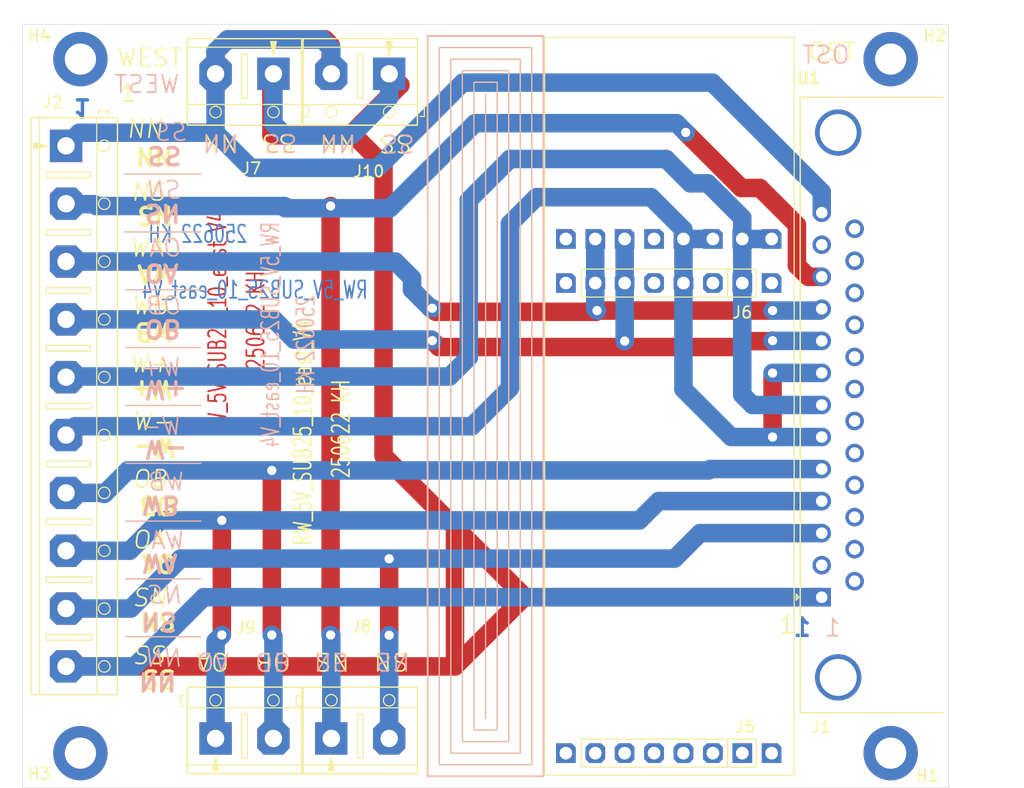
<source format=kicad_pcb>
(kicad_pcb (version 20240108) (generator "pcbnew") (generator_version "8.0")
  (layers (0 "F.Cu" signal) (31 "B.Cu" signal) (34 "B.Paste" user) (35 "F.Paste" user) (36 "B.SilkS" user "B.Silkscreen") (37 "F.SilkS" user "F.Silkscreen") (38 "B.Mask" user) (39 "F.Mask" user) (44 "Edge.Cuts" user))
  (net 0 "")
  (net 2 "/WB")
  (net 5 "/NN")
  (net 7 "/OB")
  (net 10 "/WA")
  (net 13 "/SN")
  (net 16 "/W-")
  (net 17 "/W+")
  (net 18 "/SS")
  (net 19 "/OA")
  (net 23 "/NS")
  (footprint "MountingHole:MountingHole_2.7mm_M2.5_DIN965_Pad_TopBottom" (layer "F.Cu") (at 26.9 27.94 180)
    (property "Reference" "H4" (at 3.556 2.032 360) (layer "F.SilkS"))
    (property "Value" "MountingHole" (hide yes))
    (pad "1" thru_hole circle (at 0 0 180) (size 3.1 3.1) (drill 2.7) (layers "*.Cu" "*.Mask"))
    (pad "1" connect circle (at 0 0 180) (size 4.7 4.7) (layers "F.Cu" "F.Mask"))
    (pad "1" connect circle (at 0 0 180) (size 4.7 4.7) (layers "B.Cu" "B.Mask"))
  )
  (footprint "_kh_library:Screw_Terminal_01x02_P5" (layer "F.Cu") (at 48.575 86.67 90)
    (property "Reference" "J8" (at 9.69 2.625 360) (layer "F.SilkS"))
    (property "Value" "Screw_Terminal_01x02_P5" (hide yes))
    (fp_line (start 3.69 -3.04) (end 3.69 -2.68) (stroke (width 0.1)) (layer "F.SilkS"))
    (fp_line (start 2.81 -3.04) (end 3.69 -3.04) (stroke (width 0.1)) (layer "F.SilkS"))
    (fp_line (start 2.81 -3.04) (end 2.81 -2.68) (stroke (width 0.1)) (layer "F.SilkS"))
    (fp_line (start 2.65 -2.44) (end 2.65 7.44) (stroke (width 0.1)) (layer "F.SilkS"))
    (fp_line (start -2.3 -2.44) (end -2.3 7.44) (stroke (width 0.1)) (layer "F.SilkS"))
    (fp_rect (start -3.04 -2.44) (end 4.44 7.44) (stroke (width 0.12)) (fill none) (layer "F.SilkS"))
    (fp_rect (start -1.7 2.25) (end 2.1 2.75) (stroke (width 0.1)) (fill none) (layer "F.SilkS"))
    (fp_circle (center 3.3 0) (end 3.8 0) (stroke (width 0.1)) (fill none) (layer "F.SilkS"))
    (fp_circle (center 3.3 5) (end 3.8 5) (stroke (width 0.1)) (fill none) (layer "F.SilkS"))
    (fp_poly (pts (xy -2.794 -0.254) (xy -1.524 0) (xy -2.794 0.254)) (stroke (width 0.1)) (fill solid) (layer "F.SilkS"))
    (pad "1" thru_hole rect (at 0 0 90) (size 2.8 2.8) (drill 1.5) (layers "*.Cu" "*.Mask") (net 23 "/NS"))
    (pad "2" thru_hole roundrect (at 0 5 90) (size 2.8 2.8) (drill 1.5) (layers "*.Cu" "*.Mask") (roundrect_rratio 0) (chamfer_ratio 0.2) (chamfer top_left top_right bottom_left bottom_right) (net 13 "/SN"))
  )
  (footprint "_kh_library:Screw_Terminal_01x02_P5" (layer "F.Cu") (at 53.575 29.21 -90)
    (property "Reference" "J10" (at 8.438 1.753 360) (layer "F.SilkS"))
    (property "Value" "Screw_Terminal_01x02_P5")
    (fp_line (start -2.3 -2.44) (end -2.3 7.44) (stroke (width 0.1)) (layer "F.SilkS"))
    (fp_line (start 2.65 -2.44) (end 2.65 7.44) (stroke (width 0.1)) (layer "F.SilkS"))
    (fp_line (start 2.81 -3.04) (end 2.81 -2.68) (stroke (width 0.1)) (layer "F.SilkS"))
    (fp_line (start 2.81 -3.04) (end 3.69 -3.04) (stroke (width 0.1)) (layer "F.SilkS"))
    (fp_line (start 3.69 -3.04) (end 3.69 -2.68) (stroke (width 0.1)) (layer "F.SilkS"))
    (fp_rect (start -1.7 2.25) (end 2.1 2.75) (stroke (width 0.1)) (fill none) (layer "F.SilkS"))
    (fp_rect (start -3.04 -2.44) (end 4.44 7.44) (stroke (width 0.12)) (fill none) (layer "F.SilkS"))
    (fp_circle (center 3.3 5) (end 3.8 5) (stroke (width 0.1)) (fill none) (layer "F.SilkS"))
    (fp_circle (center 3.3 0) (end 3.8 0) (stroke (width 0.1)) (fill none) (layer "F.SilkS"))
    (fp_poly (pts (xy -2.794 -0.254) (xy -1.524 0) (xy -2.794 0.254)) (stroke (width 0.1)) (fill solid) (layer "F.SilkS"))
    (pad "1" thru_hole rect (at 0 0 270) (size 2.8 2.8) (drill 1.5) (layers "*.Cu" "*.Mask") (net 18 "/SS"))
    (pad "2" thru_hole roundrect (at 0 5 270) (size 2.8 2.8) (drill 1.5) (layers "*.Cu" "*.Mask") (roundrect_rratio 0) (chamfer_ratio 0.2) (chamfer top_left top_right bottom_left bottom_right) (net 5 "/NN"))
  )
  (footprint "MountingHole:MountingHole_2.7mm_M2.5_DIN965_Pad_TopBottom" (layer "F.Cu") (at 26.9 87.94 180)
    (property "Reference" "H3" (at 3.556 -1.778 360) (layer "F.SilkS"))
    (property "Value" "MountingHole" (hide yes))
    (pad "1" thru_hole circle (at 0 0 180) (size 3.1 3.1) (drill 2.7) (layers "*.Cu" "*.Mask"))
    (pad "1" connect circle (at 0 0 180) (size 4.7 4.7) (layers "F.Cu" "F.Mask"))
    (pad "1" connect circle (at 0 0 180) (size 4.7 4.7) (layers "B.Cu" "B.Mask"))
  )
  (footprint "_kh_library:PinSocket_1x06_P2.54mm_Vertical_1.1_kh" (layer "F.Cu") (at 84.08 47.3 -90)
    (property "Reference" "J6" (at 2.54 0 360) (layer "F.SilkS"))
    (property "Value" "Conn_01x06")
    (fp_line (start -1.21 1.27) (end 1.21 1.27) (stroke (width 0.12)) (layer "F.SilkS"))
    (fp_rect (start -1.21 -1.21) (end 1.21 13.91) (stroke (width 0.1)) (fill none) (layer "F.SilkS"))
    (pad "1" thru_hole rect (at 0 0 270) (size 1.7 1.7) (drill 1.1) (layers "*.Cu" "*.Mask") (net 17 "/W+"))
    (pad "2" thru_hole roundrect (at 0 2.54 270) (size 1.7 1.7) (drill 1.1) (layers "*.Cu" "*.Mask") (roundrect_rratio 0) (chamfer_ratio 0.2) (chamfer top_left top_right bottom_left bottom_right))
    (pad "3" thru_hole roundrect (at 0 5.08 270) (size 1.7 1.7) (drill 1.1) (layers "*.Cu" "*.Mask") (roundrect_rratio 0) (chamfer_ratio 0.2) (chamfer top_left top_right bottom_left bottom_right) (net 16 "/W-"))
    (pad "4" thru_hole roundrect (at 0 7.62 270) (size 1.7 1.7) (drill 1.1) (layers "*.Cu" "*.Mask") (roundrect_rratio 0) (chamfer_ratio 0.2) (chamfer top_left top_right bottom_left bottom_right))
    (pad "5" thru_hole roundrect (at 0 10.16 270) (size 1.7 1.7) (drill 1.1) (layers "*.Cu" "*.Mask") (roundrect_rratio 0) (chamfer_ratio 0.2) (chamfer top_left top_right bottom_left bottom_right) (net 2 "/WB"))
    (pad "6" thru_hole roundrect (at 0 12.7 270) (size 1.7 1.7) (drill 1.1) (layers "*.Cu" "*.Mask") (roundrect_rratio 0) (chamfer_ratio 0.2) (chamfer top_left top_right bottom_left bottom_right) (net 10 "/WA"))
  )
  (footprint "MountingHole:MountingHole_2.7mm_M2.5_DIN965_Pad_TopBottom" (layer "F.Cu") (at 96.9 87.94 180)
    (property "Reference" "H1" (at -3.17 -1.94 360) (layer "F.SilkS"))
    (property "Value" "MountingHole" (hide yes))
    (pad "1" thru_hole circle (at 0 0 180) (size 3.1 3.1) (drill 2.7) (layers "*.Cu" "*.Mask"))
    (pad "1" connect circle (at 0 0 180) (size 4.7 4.7) (layers "F.Cu" "F.Mask"))
    (pad "1" connect circle (at 0 0 180) (size 4.7 4.7) (layers "B.Cu" "B.Mask"))
  )
  (footprint "_kh_library:PinSocket_1x06_P2.54mm_Vertical_1.1_kh" (layer "F.Cu") (at 84.08 87.94 -90)
    (property "Reference" "J5" (at -2.286 -0.254 360) (layer "F.SilkS"))
    (property "Value" "Conn_01x06")
    (fp_line (start -1.21 1.27) (end 1.21 1.27) (stroke (width 0.12)) (layer "F.SilkS"))
    (fp_rect (start -1.21 -1.21) (end 1.21 13.91) (stroke (width 0.1)) (fill none) (layer "F.SilkS"))
    (pad "1" thru_hole rect (at 0 0 270) (size 1.7 1.7) (drill 1.1) (layers "*.Cu" "*.Mask"))
    (pad "2" thru_hole roundrect (at 0 2.54 270) (size 1.7 1.7) (drill 1.1) (layers "*.Cu" "*.Mask") (roundrect_rratio 0) (chamfer_ratio 0.2) (chamfer top_left top_right bottom_left bottom_right))
    (pad "3" thru_hole roundrect (at 0 5.08 270) (size 1.7 1.7) (drill 1.1) (layers "*.Cu" "*.Mask") (roundrect_rratio 0) (chamfer_ratio 0.2) (chamfer top_left top_right bottom_left bottom_right))
    (pad "4" thru_hole roundrect (at 0 7.62 270) (size 1.7 1.7) (drill 1.1) (layers "*.Cu" "*.Mask") (roundrect_rratio 0) (chamfer_ratio 0.2) (chamfer top_left top_right bottom_left bottom_right))
    (pad "5" thru_hole roundrect (at 0 10.16 270) (size 1.7 1.7) (drill 1.1) (layers "*.Cu" "*.Mask") (roundrect_rratio 0) (chamfer_ratio 0.2) (chamfer top_left top_right bottom_left bottom_right))
    (pad "6" thru_hole roundrect (at 0 12.7 270) (size 1.7 1.7) (drill 1.1) (layers "*.Cu" "*.Mask") (roundrect_rratio 0) (chamfer_ratio 0.2) (chamfer top_left top_right bottom_left bottom_right))
  )
  (footprint "_kh_library:AC_5V_supply_6pol_PinsOnly" (layer "F.Cu") (at 86.62 43.49 -90)
    (property "Reference" "U1" (at -13.91 -3.18 0) (layer "F.SilkS") (effects (font (thickness 0.2) (bold yes))))
    (property "Value" "~" (hide yes))
    (pad "1" thru_hole roundrect (at 0 0 270) (size 1.7 1.7) (drill 1.1) (layers "*.Cu" "*.Mask") (roundrect_rratio 0) (chamfer_ratio 0.2) (chamfer top_left) (net 17 "/W+"))
    (pad "2" thru_hole roundrect (at 0 2.54 270) (size 1.7 1.7) (drill 1.1) (layers "*.Cu" "*.Mask") (roundrect_rratio 0) (chamfer_ratio 0.2) (chamfer top_left) (net 17 "/W+"))
    (pad "3" thru_hole roundrect (at 0 5.08 270) (size 1.7 1.7) (drill 1.1) (layers "*.Cu" "*.Mask") (roundrect_rratio 0) (chamfer_ratio 0.2) (chamfer top_left) (net 16 "/W-"))
    (pad "4" thru_hole roundrect (at 0 7.62 270) (size 1.7 1.7) (drill 1.1) (layers "*.Cu" "*.Mask") (roundrect_rratio 0) (chamfer_ratio 0.2) (chamfer top_left) (net 16 "/W-"))
    (pad "5" thru_hole roundrect (at 0 10.16 270) (size 1.7 1.7) (drill 1.1) (layers "*.Cu" "*.Mask") (roundrect_rratio 0) (chamfer_ratio 0.2) (chamfer top_left))
    (pad "6" thru_hole roundrect (at 0 12.7 270) (size 1.7 1.7) (drill 1.1) (layers "*.Cu" "*.Mask") (roundrect_rratio 0) (chamfer_ratio 0.2) (chamfer top_left) (net 2 "/WB"))
    (pad "7" thru_hole roundrect (at 0 15.24 270) (size 1.7 1.7) (drill 1.1) (layers "*.Cu" "*.Mask") (roundrect_rratio 0) (chamfer_ratio 0.2) (chamfer top_left) (net 10 "/WA"))
    (pad "8" thru_hole roundrect (at 0 17.78 270) (size 1.7 1.7) (drill 1.1) (layers "*.Cu" "*.Mask") (roundrect_rratio 0) (chamfer_ratio 0.2) (chamfer top_left))
    (pad "9" thru_hole roundrect (at 3.81 0 270) (size 1.7 1.7) (drill 1.1) (layers "*.Cu" "*.Mask") (roundrect_rratio 0) (chamfer_ratio 0.2) (chamfer top_left))
    (pad "10" thru_hole roundrect (at 3.81 17.78 270) (size 1.7 1.7) (drill 1.1) (layers "*.Cu" "*.Mask") (roundrect_rratio 0) (chamfer_ratio 0.2) (chamfer top_left))
    (pad "11" thru_hole roundrect (at 44.45 0 270) (size 1.7 1.7) (drill 1.1) (layers "*.Cu" "*.Mask") (roundrect_rratio 0) (chamfer_ratio 0.2) (chamfer top_left))
    (pad "12" thru_hole roundrect (at 44.45 17.78 270) (size 1.7 1.7) (drill 1.1) (layers "*.Cu" "*.Mask") (roundrect_rratio 0) (chamfer_ratio 0.2) (chamfer top_left))
  )
  (footprint "_kh_library:DSUB-25_Male_Horizontal_P2.77x2.84mm_EdgePinOffset7.70mm_Housed_MountingHolesOffset9.12mm" (layer "F.Cu") (at 90.946 74.46 90)
    (property "Reference" "J1" (at -11.22 -0.046 360) (layer "F.SilkS"))
    (property "Value" "DB25_Plug")
    (fp_line (start 0.254 -2.2) (end 0 -2) (stroke (width 0.12)) (layer "F.SilkS"))
    (fp_line (start -0.25 -2.2) (end 0.25 -2.2) (stroke (width 0.12)) (layer "F.SilkS"))
    (fp_line (start 0 -2) (end -0.25 -2.2) (stroke (width 0.12)) (layer "F.SilkS"))
    (fp_line (start 43.23 -1.86) (end 43.23 10.48) (stroke (width 0.12)) (layer "F.SilkS"))
    (fp_line (start -9.99 -1.86) (end 43.23 -1.86) (stroke (width 0.12)) (layer "F.SilkS"))
    (fp_line (start -9.99 10.48) (end -9.99 -1.86) (stroke (width 0.12)) (layer "F.SilkS"))
    (pad "0" thru_hole circle (at -6.93 1.42 90) (size 4 4) (drill 3.2) (layers "*.Cu" "*.Mask"))
    (pad "0" thru_hole circle (at 40.17 1.42 90) (size 4 4) (drill 3.2) (layers "*.Cu" "*.Mask"))
    (pad "1" thru_hole rect (at 0 0 90) (size 1.6 1.6) (drill 1) (layers "*.Cu" "*.Mask") (net 18 "/SS"))
    (pad "2" thru_hole circle (at 2.77 0 90) (size 1.6 1.6) (drill 1) (layers "*.Cu" "*.Mask"))
    (pad "3" thru_hole circle (at 5.54 0 90) (size 1.6 1.6) (drill 1) (layers "*.Cu" "*.Mask") (net 13 "/SN"))
    (pad "4" thru_hole circle (at 8.31 0 90) (size 1.6 1.6) (drill 1) (layers "*.Cu" "*.Mask") (net 19 "/OA"))
    (pad "5" thru_hole circle (at 11.08 0 90) (size 1.6 1.6) (drill 1) (layers "*.Cu" "*.Mask") (net 7 "/OB"))
    (pad "6" thru_hole circle (at 13.85 0 90) (size 1.6 1.6) (drill 1) (layers "*.Cu" "*.Mask") (net 16 "/W-"))
    (pad "7" thru_hole circle (at 16.62 0 90) (size 1.6 1.6) (drill 1) (layers "*.Cu" "*.Mask") (net 17 "/W+"))
    (pad "8" thru_hole circle (at 19.39 0 90) (size 1.6 1.6) (drill 1) (layers "*.Cu" "*.Mask") (net 16 "/W-"))
    (pad "9" thru_hole circle (at 22.16 0 90) (size 1.6 1.6) (drill 1) (layers "*.Cu" "*.Mask") (net 2 "/WB"))
    (pad "10" thru_hole circle (at 24.93 0 90) (size 1.6 1.6) (drill 1) (layers "*.Cu" "*.Mask") (net 10 "/WA"))
    (pad "11" thru_hole circle (at 27.7 0 90) (size 1.6 1.6) (drill 1) (layers "*.Cu" "*.Mask") (net 23 "/NS"))
    (pad "12" thru_hole circle (at 30.47 0 90) (size 1.6 1.6) (drill 1) (layers "*.Cu" "*.Mask"))
    (pad "13" thru_hole circle (at 33.24 0 90) (size 1.6 1.6) (drill 1) (layers "*.Cu" "*.Mask") (net 5 "/NN"))
    (pad "14" thru_hole circle (at 1.385 2.84 90) (size 1.6 1.6) (drill 1) (layers "*.Cu" "*.Mask"))
    (pad "15" thru_hole circle (at 4.155 2.84 90) (size 1.6 1.6) (drill 1) (layers "*.Cu" "*.Mask"))
    (pad "16" thru_hole circle (at 6.925 2.84 90) (size 1.6 1.6) (drill 1) (layers "*.Cu" "*.Mask"))
    (pad "17" thru_hole circle (at 9.695 2.84 90) (size 1.6 1.6) (drill 1) (layers "*.Cu" "*.Mask"))
    (pad "18" thru_hole circle (at 12.465 2.84 90) (size 1.6 1.6) (drill 1) (layers "*.Cu" "*.Mask"))
    (pad "19" thru_hole circle (at 15.235 2.84 90) (size 1.6 1.6) (drill 1) (layers "*.Cu" "*.Mask"))
    (pad "20" thru_hole circle (at 18.005 2.84 90) (size 1.6 1.6) (drill 1) (layers "*.Cu" "*.Mask"))
    (pad "21" thru_hole circle (at 20.775 2.84 90) (size 1.6 1.6) (drill 1) (layers "*.Cu" "*.Mask"))
    (pad "22" thru_hole circle (at 23.545 2.84 90) (size 1.6 1.6) (drill 1) (layers "*.Cu" "*.Mask"))
    (pad "23" thru_hole circle (at 26.315 2.84 90) (size 1.6 1.6) (drill 1) (layers "*.Cu" "*.Mask"))
    (pad "24" thru_hole circle (at 29.085 2.84 90) (size 1.6 1.6) (drill 1) (layers "*.Cu" "*.Mask"))
    (pad "25" thru_hole circle (at 31.855 2.84 90) (size 1.6 1.6) (drill 1) (layers "*.Cu" "*.Mask"))
  )
  (footprint "_kh_library:Screw_Terminal_01x02_P5" (layer "F.Cu") (at 43.575 29.21 -90)
    (property "Reference" "J7" (at 8.184 1.913 360) (layer "F.SilkS"))
    (property "Value" "Screw_Terminal_01x02_P5" (hide yes))
    (fp_line (start -2.3 -2.44) (end -2.3 7.44) (stroke (width 0.1)) (layer "F.SilkS"))
    (fp_line (start 2.65 -2.44) (end 2.65 7.44) (stroke (width 0.1)) (layer "F.SilkS"))
    (fp_line (start 2.81 -3.04) (end 2.81 -2.68) (stroke (width 0.1)) (layer "F.SilkS"))
    (fp_line (start 2.81 -3.04) (end 3.69 -3.04) (stroke (width 0.1)) (layer "F.SilkS"))
    (fp_line (start 3.69 -3.04) (end 3.69 -2.68) (stroke (width 0.1)) (layer "F.SilkS"))
    (fp_rect (start -1.7 2.25) (end 2.1 2.75) (stroke (width 0.1)) (fill none) (layer "F.SilkS"))
    (fp_rect (start -3.04 -2.44) (end 4.44 7.44) (stroke (width 0.12)) (fill none) (layer "F.SilkS"))
    (fp_circle (center 3.3 5) (end 3.8 5) (stroke (width 0.1)) (fill none) (layer "F.SilkS"))
    (fp_circle (center 3.3 0) (end 3.8 0) (stroke (width 0.1)) (fill none) (layer "F.SilkS"))
    (fp_poly (pts (xy -2.794 -0.254) (xy -1.524 0) (xy -2.794 0.254)) (stroke (width 0.1)) (fill solid) (layer "F.SilkS"))
    (pad "1" thru_hole rect (at 0 0 270) (size 2.8 2.8) (drill 1.5) (layers "*.Cu" "*.Mask") (net 18 "/SS"))
    (pad "2" thru_hole roundrect (at 0 5 270) (size 2.8 2.8) (drill 1.5) (layers "*.Cu" "*.Mask") (roundrect_rratio 0) (chamfer_ratio 0.2) (chamfer top_left top_right bottom_left bottom_right) (net 5 "/NN"))
  )
  (footprint "MountingHole:MountingHole_2.7mm_M2.5_DIN965_Pad_TopBottom" (layer "F.Cu") (at 96.9 27.94 180)
    (property "Reference" "H2" (at -3.81 2.032 360) (layer "F.SilkS"))
    (property "Value" "MountingHole" (hide yes))
    (pad "1" thru_hole circle (at 0 0 180) (size 3.1 3.1) (drill 2.7) (layers "*.Cu" "*.Mask"))
    (pad "1" connect circle (at 0 0 180) (size 4.7 4.7) (layers "F.Cu" "F.Mask"))
    (pad "1" connect circle (at 0 0 180) (size 4.7 4.7) (layers "B.Cu" "B.Mask"))
  )
  (footprint "_kh_library:Screw_Terminal_01x10_P5" (layer "F.Cu") (at 25.66 35.44)
    (property "Reference" "J2" (at -1.16 -3.76 360) (layer "F.SilkS"))
    (property "Value" "Screw_Terminal_01x10_P5")
    (fp_line (start -2.3 -2.44) (end -2.3 47.44) (stroke (width 0.1)) (layer "F.SilkS"))
    (fp_line (start 2.65 -2.44) (end 2.65 47.44) (stroke (width 0.1)) (layer "F.SilkS"))
    (fp_line (start 2.81 -3.04) (end 2.81 -2.68) (stroke (width 0.1)) (layer "F.SilkS"))
    (fp_line (start 2.81 -3.04) (end 3.69 -3.04) (stroke (width 0.1)) (layer "F.SilkS"))
    (fp_line (start 3.69 -3.04) (end 3.69 -2.68) (stroke (width 0.1)) (layer "F.SilkS"))
    (fp_rect (start -3.04 -2.44) (end 4.44 47.44) (stroke (width 0.12)) (fill none) (layer "F.SilkS"))
    (fp_rect (start -1.7 2.25) (end 2.1 2.75) (stroke (width 0.1)) (fill none) (layer "F.SilkS"))
    (fp_rect (start -1.7 7.25) (end 2.1 7.75) (stroke (width 0.1)) (fill none) (layer "F.SilkS"))
    (fp_rect (start -1.7 12.25) (end 2.1 12.75) (stroke (width 0.1)) (fill none) (layer "F.SilkS"))
    (fp_rect (start -1.7 17.25) (end 2.1 17.75) (stroke (width 0.1)) (fill none) (layer "F.SilkS"))
    (fp_rect (start -1.7 22.25) (end 2.2 22.75) (stroke (width 0.1)) (fill none) (layer "F.SilkS"))
    (fp_rect (start -1.7 27.25) (end 2.1 27.75) (stroke (width 0.1)) (fill none) (layer "F.SilkS"))
    (fp_rect (start -1.7 32.25) (end 2.2 32.75) (stroke (width 0.1)) (fill none) (layer "F.SilkS"))
    (fp_rect (start -1.7 37.25) (end 2.2 37.75) (stroke (width 0.1)) (fill none) (layer "F.SilkS"))
    (fp_rect (start -1.7 42.25) (end 2.2 42.75) (stroke (width 0.1)) (fill none) (layer "F.SilkS"))
    (fp_circle (center 3.3 0) (end 3.8 0) (stroke (width 0.1)) (fill none) (layer "F.SilkS"))
    (fp_circle (center 3.3 5) (end 3.8 5) (stroke (width 0.1)) (fill none) (layer "F.SilkS"))
    (fp_circle (center 3.3 10) (end 3.8 10) (stroke (width 0.1)) (fill none) (layer "F.SilkS"))
    (fp_circle (center 3.3 15) (end 3.8 15) (stroke (width 0.1)) (fill none) (layer "F.SilkS"))
    (fp_circle (center 3.3 20) (end 3.8 20) (stroke (width 0.1)) (fill none) (layer "F.SilkS"))
    (fp_circle (center 3.3 25) (end 3.8 25) (stroke (width 0.1)) (fill none) (layer "F.SilkS"))
    (fp_circle (center 3.3 30) (end 3.8 30) (stroke (width 0.1)) (fill none) (layer "F.SilkS"))
    (fp_circle (center 3.3 35) (end 3.8 35) (stroke (width 0.1)) (fill none) (layer "F.SilkS"))
    (fp_circle (center 3.3 40) (end 3.8 40) (stroke (width 0.1)) (fill none) (layer "F.SilkS"))
    (fp_circle (center 3.3 45) (end 3.8 45) (stroke (width 0.1)) (fill none) (layer "F.SilkS"))
    (fp_poly (pts (xy -2.794 -0.254) (xy -1.524 0) (xy -2.794 0.254)) (stroke (width 0.1)) (fill solid) (layer "F.SilkS"))
    (pad "1" thru_hole rect (at 0 0) (size 2.8 2.8) (drill 1.5) (layers "*.Cu" "*.Mask") (net 5 "/NN"))
    (pad "2" thru_hole roundrect (at 0 5) (size 2.8 2.8) (drill 1.5) (layers "*.Cu" "*.Mask") (roundrect_rratio 0) (chamfer_ratio 0.2) (chamfer top_left top_right bottom_left bottom_right) (net 23 "/NS"))
    (pad "3" thru_hole roundrect (at 0 10) (size 2.8 2.8) (drill 1.5) (layers "*.Cu" "*.Mask") (roundrect_rratio 0) (chamfer_ratio 0.2) (chamfer top_left top_right bottom_left bottom_right) (net 10 "/WA"))
    (pad "4" thru_hole roundrect (at 0 15) (size 2.8 2.8) (drill 1.5) (layers "*.Cu" "*.Mask") (roundrect_rratio 0) (chamfer_ratio 0.2) (chamfer top_left top_right bottom_left bottom_right) (net 2 "/WB"))
    (pad "5" thru_hole roundrect (at 0 20) (size 2.8 2.8) (drill 1.5) (layers "*.Cu" "*.Mask") (roundrect_rratio 0) (chamfer_ratio 0.2) (chamfer top_left top_right bottom_left bottom_right) (net 17 "/W+"))
    (pad "6" thru_hole roundrect (at 0 25) (size 2.8 2.8) (drill 1.5) (layers "*.Cu" "*.Mask") (roundrect_rratio 0) (chamfer_ratio 0.2) (chamfer top_left top_right bottom_left bottom_right) (net 16 "/W-"))
    (pad "7" thru_hole roundrect (at 0 30) (size 2.8 2.8) (drill 1.5) (layers "*.Cu" "*.Mask") (roundrect_rratio 0) (chamfer_ratio 0.2) (chamfer top_left top_right bottom_left bottom_right) (net 7 "/OB"))
    (pad "8" thru_hole roundrect (at 0 35) (size 2.8 2.8) (drill 1.5) (layers "*.Cu" "*.Mask") (roundrect_rratio 0) (chamfer_ratio 0.2) (chamfer top_left top_right bottom_left bottom_right) (net 19 "/OA"))
    (pad "9" thru_hole roundrect (at 0 40) (size 2.8 2.8) (drill 1.5) (layers "*.Cu" "*.Mask") (roundrect_rratio 0) (chamfer_ratio 0.2) (chamfer top_left top_right bottom_left bottom_right) (net 13 "/SN"))
    (pad "10" thru_hole roundrect (at 0 45) (size 2.8 2.8) (drill 1.5) (layers "*.Cu" "*.Mask") (roundrect_rratio 0) (chamfer_ratio 0.2) (chamfer top_left top_right bottom_left bottom_right) (net 18 "/SS"))
  )
  (footprint "_kh_library:Screw_Terminal_01x02_P5" (layer "F.Cu") (at 38.575 86.67 90)
    (property "Reference" "J9" (at 9.59 2.625 360) (layer "F.SilkS"))
    (property "Value" "Screw_Terminal_01x02_P5" (hide yes))
    (fp_line (start 3.69 -3.04) (end 3.69 -2.68) (stroke (width 0.1)) (layer "F.SilkS"))
    (fp_line (start 2.81 -3.04) (end 3.69 -3.04) (stroke (width 0.1)) (layer "F.SilkS"))
    (fp_line (start 2.81 -3.04) (end 2.81 -2.68) (stroke (width 0.1)) (layer "F.SilkS"))
    (fp_line (start 2.65 -2.44) (end 2.65 7.44) (stroke (width 0.1)) (layer "F.SilkS"))
    (fp_line (start -2.3 -2.44) (end -2.3 7.44) (stroke (width 0.1)) (layer "F.SilkS"))
    (fp_rect (start -3.04 -2.44) (end 4.44 7.44) (stroke (width 0.12)) (fill none) (layer "F.SilkS"))
    (fp_rect (start -1.7 2.25) (end 2.1 2.75) (stroke (width 0.1)) (fill none) (layer "F.SilkS"))
    (fp_circle (center 3.3 0) (end 3.8 0) (stroke (width 0.1)) (fill none) (layer "F.SilkS"))
    (fp_circle (center 3.3 5) (end 3.8 5) (stroke (width 0.1)) (fill none) (layer "F.SilkS"))
    (fp_poly (pts (xy -2.794 -0.254) (xy -1.524 0) (xy -2.794 0.254)) (stroke (width 0.1)) (fill solid) (layer "F.SilkS"))
    (pad "1" thru_hole rect (at 0 0 90) (size 2.8 2.8) (drill 1.5) (layers "*.Cu" "*.Mask") (net 19 "/OA"))
    (pad "2" thru_hole roundrect (at 0 5 90) (size 2.8 2.8) (drill 1.5) (layers "*.Cu" "*.Mask") (roundrect_rratio 0) (chamfer_ratio 0.2) (chamfer top_left top_right bottom_left bottom_right) (net 7 "/OB"))
  )
  (gr_line (start 61.9 84.94) (end 61.9 30.94) (stroke (width 0.1)) (layer "B.SilkS"))
  (gr_line (start 30.8 77.88) (end 37.3 77.88) (stroke (width 0.1)) (layer "B.SilkS"))
  (gr_rect (start 59.9 28.94) (end 63.9 86.94) (stroke (width 0.1)) (fill none) (layer "B.SilkS"))
  (gr_line (start 30.8 57.88) (end 37.3 57.88) (stroke (width 0.1)) (layer "B.SilkS"))
  (gr_line (start 30.8 67.88) (end 37.3 67.88) (stroke (width 0.1)) (layer "B.SilkS"))
  (gr_line (start 30.8 47.88) (end 37.3 47.88) (stroke (width 0.1)) (layer "B.SilkS"))
  (gr_line (start 30.7 37.88) (end 37.3 37.88) (stroke (width 0.1)) (layer "B.SilkS"))
  (gr_line (start 30.7 42.88) (end 37.3 42.88) (stroke (width 0.1)) (layer "B.SilkS"))
  (gr_line (start 30.8 72.88) (end 37.3 72.88) (stroke (width 0.1)) (layer "B.SilkS"))
  (gr_line (start 30.8 52.88) (end 37.3 52.88) (stroke (width 0.1)) (layer "B.SilkS"))
  (gr_rect (start 60.9 29.94) (end 62.9 85.94) (stroke (width 0.1)) (fill none) (layer "B.SilkS"))
  (gr_rect (start 56.9 25.94) (end 66.9 89.94) (stroke (width 0.15)) (fill none) (layer "B.SilkS"))
  (gr_rect (start 58.9 27.94) (end 64.9 87.94) (stroke (width 0.1)) (fill none) (layer "B.SilkS"))
  (gr_rect (start 57.9 26.94) (end 65.9 88.94) (stroke (width 0.1)) (fill none) (layer "B.SilkS"))
  (gr_line (start 30.8 62.88) (end 37.3 62.88) (stroke (width 0.1)) (layer "B.SilkS"))
  (gr_line (start 30.7 37.88) (end 37.3 37.88) (stroke (width 0.1)) (layer "F.SilkS"))
  (gr_line (start 30.8 72.88) (end 37.3 72.88) (stroke (width 0.1)) (layer "F.SilkS"))
  (gr_line (start 30.8 67.88) (end 37.3 67.88) (stroke (width 0.1)) (layer "F.SilkS"))
  (gr_rect (start 59.9 28.94) (end 63.9 86.94) (stroke (width 0.1)) (fill none) (layer "F.SilkS"))
  (gr_line (start 30.9 77.88) (end 37.3 77.88) (stroke (width 0.1)) (layer "F.SilkS"))
  (gr_line (start 30.9 42.88) (end 37.3 42.88) (stroke (width 0.1)) (layer "F.SilkS"))
  (gr_line (start 61.9 84.94) (end 61.9 30.94) (stroke (width 0.1)) (layer "F.SilkS"))
  (gr_rect (start 67.009 26.061) (end 88.563 89.845) (stroke (width 0.1)) (fill none) (layer "F.SilkS"))
  (gr_line (start 30.8 52.88) (end 37.3 52.88) (stroke (width 0.1)) (layer "F.SilkS"))
  (gr_rect (start 56.9 25.94) (end 66.9 89.94) (stroke (width 0.15)) (fill none) (layer "F.SilkS"))
  (gr_rect (start 58.9 27.94) (end 64.9 87.94) (stroke (width 0.1)) (fill none) (layer "F.SilkS"))
  (gr_line (start 30.9 62.88) (end 37.3 62.88) (stroke (width 0.1)) (layer "F.SilkS"))
  (gr_rect (start 60.9 29.94) (end 62.9 85.94) (stroke (width 0.1)) (fill none) (layer "F.SilkS"))
  (gr_rect (start 57.9 26.94) (end 65.9 88.94) (stroke (width 0.1)) (fill none) (layer "F.SilkS"))
  (gr_line (start 30.9 57.88) (end 37.3 57.88) (stroke (width 0.1)) (layer "F.SilkS"))
  (gr_line (start 30.9 47.88) (end 37.3 47.88) (stroke (width 0.1)) (layer "F.SilkS"))
  (gr_rect (start 21.9 24.94) (end 101.9 90.94) (stroke (width 0.05)) (fill none) (layer "Edge.Cuts"))
  (gr_text "250622 KH" (at 42.926 54.864 90) (layer "F.Cu") (effects (font (size 1.5 1) (thickness 0.15) (bold yes)) (justify left bottom)))
  (gr_text "RW_5V_SUB25_10_east_V4" (at 39.624 60.706 90) (layer "F.Cu") (effects (font (size 1.5 1) (thickness 0.15) (bold yes)) (justify left bottom)))
  (gr_text "1" (at 90.17 76.2 0) (layer "B.Cu") (effects (font (size 1.5 1.5) (thickness 0.3) (bold yes)) (justify left top mirror)))
  (gr_text "RW_5V_SUB25_10_east_V4" (at 51.816 48.768 0) (layer "B.Cu") (effects (font (size 1.5 1) (thickness 0.15) (bold yes)) (justify left bottom mirror)))
  (gr_text "250622 KH" (at 41.402 43.942 0) (layer "B.Cu") (effects (font (size 1.5 1) (thickness 0.15) (bold yes)) (justify left bottom mirror)))
  (gr_text "1" (at 26.162 33.02 180) (layer "B.Cu") (effects (font (size 1.5 1.5) (thickness 0.3) (bold yes)) (justify left top mirror)))
  (gr_text "OST" (at 93.472 28.448 0) (layer "B.SilkS") (effects (font (size 1.5 1.5)) (justify left bottom mirror)))
  (gr_text "SN" (at 52.292 79.14 180) (layer "B.SilkS") (effects (font (size 1.5 1.5)) (justify left bottom mirror)))
  (gr_text "WEST" (at 35.56 30.988 0) (layer "B.SilkS") (effects (font (size 1.5 1.5)) (justify left bottom mirror)))
  (gr_text "W+" (at 32.3 55.63 180) (layer "B.SilkS") (effects (font (size 1.5 1.5) (thickness 0.3) (bold yes)) (justify left bottom mirror)))
  (gr_text "SS" (at 32.55 35.38 180) (layer "B.SilkS") (effects (font (size 1.5 1.5) (thickness 0.3) (bold yes)) (justify left bottom mirror)))
  (gr_text "RW_5V_SUB25_10_east_V4" (at 44.196 41.91 90) (layer "B.SilkS") (effects (font (size 1.5 1) (thickness 0.15) (bold yes)) (justify left bottom mirror)))
  (gr_text "NN" (at 31.8 80.88 180) (layer "B.SilkS") (effects (font (size 1.5 1.5) (thickness 0.3) (bold yes)) (justify left bottom mirror)))
  (gr_text "SS" (at 36.3 35.13 0) (layer "B.SilkS") (effects (font (size 1.5 1.5) (thickness 0.15) (italic yes)) (justify left bottom mirror)))
  (gr_text "NS" (at 32.004 75.692 180) (layer "B.SilkS") (effects (font (size 1.5 1.5) (thickness 0.3) (bold yes)) (justify left bottom mirror)))
  (gr_text "NN" (at 35.852 80.596 0) (layer "B.SilkS") (effects (font (size 1.5 1.5) (thickness 0.15) (italic yes)) (justify left bottom mirror)))
  (gr_text "WB" (at 36.106 65.356 0) (layer "B.SilkS") (effects (font (size 1.5 1.5) (thickness 0.15) (italic yes)) (justify left bottom mirror)))
  (gr_text "SN" (at 32.296 40.38 180) (layer "B.SilkS") (effects (font (size 1.5 1.5) (thickness 0.3) (bold yes)) (justify left bottom mirror)))
  (gr_text "NN" (at 47.504 34.346 180) (layer "B.SilkS") (effects (font (size 1.5 1.5)) (justify left bottom mirror)))
  (gr_text "OB" (at 32.296 50.37 180) (layer "B.SilkS") (effects (font (size 1.5 1.5) (thickness 0.3) (bold yes)) (justify left bottom mirror)))
  (gr_text "OA" (at 32.296 45.544 180) (layer "B.SilkS") (effects (font (size 1.5 1.5) (thickness 0.3) (bold yes)) (justify left bottom mirror)))
  (gr_text "SS" (at 42.694 34.31 180) (layer "B.SilkS") (effects (font (size 1.5 1.5)) (justify left bottom mirror)))
  (gr_text "SS" (at 52.838 34.346 180) (layer "B.SilkS") (effects (font (size 1.5 1.5)) (justify left bottom mirror)))
  (gr_text "NS" (at 46.958 79.14 180) (layer "B.SilkS") (effects (font (size 1.5 1.5)) (justify left bottom mirror)))
  (gr_text "250622 KH" (at 47.244 48.26 90) (layer "B.SilkS") (effects (font (size 1.5 1) (thickness 0.15) (bold yes)) (justify left bottom mirror)))
  (gr_text "OB" (at 41.878 79.14 180) (layer "B.SilkS") (effects (font (size 1.5 1.5)) (justify left bottom mirror)))
  (gr_text "OA" (at 36.798 79.14 180) (layer "B.SilkS") (effects (font (size 1.5 1.5)) (justify left bottom mirror)))
  (gr_text "1" (at 92.71 77.978 0) (layer "B.SilkS") (effects (font (size 1.5 1.5)) (justify left bottom mirror)))
  (gr_text "W-" (at 32.3 60.784 180) (layer "B.SilkS") (effects (font (size 1.5 1.5) (thickness 0.3) (bold yes)) (justify left bottom mirror)))
  (gr_text "WA" (at 36.106 70.436 0) (layer "B.SilkS") (effects (font (size 1.5 1.5) (thickness 0.15) (italic yes)) (justify left bottom mirror)))
  (gr_text "WA" (at 32.05 70.63 180) (layer "B.SilkS") (effects (font (size 1.5 1.5) (thickness 0.3) (bold yes)) (justify left bottom mirror)))
  (gr_text "OB" (at 35.8 50.13 0) (layer "B.SilkS") (effects (font (size 1.5 1.5) (thickness 0.15) (italic yes)) (justify left bottom mirror)))
  (gr_text "NS" (at 35.852 75.13 0) (layer "B.SilkS") (effects (font (size 1.5 1.5) (thickness 0.15) (italic yes)) (justify left bottom mirror)))
  (gr_text "OA" (at 35.8 45.13 0) (layer "B.SilkS") (effects (font (size 1.5 1.5) (thickness 0.15) (italic yes)) (justify left bottom mirror)))
  (gr_text "W-" (at 35.8 60.53 0) (layer "B.SilkS") (effects (font (size 1.5 1.5) (thickness 0.15) (italic yes)) (justify left bottom mirror)))
  (gr_text "NN" (at 37.36 34.31 180) (layer "B.SilkS") (effects (font (size 1.5 1.5)) (justify left bottom mirror)))
  (gr_text "W+" (at 35.8 55.45 0) (layer "B.SilkS") (effects (font (size 1.5 1.5) (thickness 0.15) (italic yes)) (justify left bottom mirror)))
  (gr_text "WB" (at 32.05 65.61 180) (layer "B.SilkS") (effects (font (size 1.5 1.5) (thickness 0.3) (bold yes)) (justify left bottom mirror)))
  (gr_text "SN" (at 35.8 40.13 0) (layer "B.SilkS") (effects (font (size 1.5 1.5) (thickness 0.15) (italic yes)) (justify left bottom mirror)))
  (gr_text "NS" (at 35.05 40.56 180) (layer "F.SilkS") (effects (font (size 1.5 1.5) (thickness 0.3) (bold yes)) (justify left bottom)))
  (gr_text "W+" (at 35.05 55.63 180) (layer "F.SilkS") (effects (font (size 1.5 1.5) (thickness 0.3) (bold yes)) (justify left bottom)))
  (gr_text "SS" (at 31.3 80.38 0) (layer "F.SilkS") (effects (font (size 1.5 1.5) (thickness 0.15) (italic yes)) (justify left bottom)))
  (gr_text "WB" (at 35.05 50.63 180) (layer "F.SilkS") (effects (font (size 1.5 1.5) (thickness 0.3) (bold yes)) (justify left bottom)))
  (gr_text "SN" (at 31.3 75.38 0) (layer "F.SilkS") (effects (font (size 1.5 1.5) (thickness 0.15) (italic yes)) (justify left bottom)))
  (gr_text "OA" (at 35.3 70.63 180) (layer "F.SilkS") (effects (font (size 1.5 1.5) (thickness 0.3) (bold yes)) (justify left bottom)))
  (gr_text "250622 KH" (at 50.292 64.262 90) (layer "F.SilkS") (effects (font (size 1.5 1) (thickness 0.15) (bold yes)) (justify left bottom)))
  (gr_text "WB" (at 31.198 50.13 0) (layer "F.SilkS") (effects (font (size 1.5 1.5) (thickness 0.15) (italic yes)) (justify left bottom)))
  (gr_text "NN" (at 30.8 34.88 0) (layer "F.SilkS") (effects (font (size 1.5 1.5) (thickness 0.15) (italic yes)) (justify left bottom)))
  (gr_text "NN" (at 50.806 34.346 180) (layer "F.SilkS") (effects (font (size 1.5 1.5)) (justify left bottom)))
  (gr_text "WA" (at 35.05 45.63 180) (layer "F.SilkS") (effects (font (size 1.5 1.5) (thickness 0.3) (bold yes)) (justify left bottom)))
  (gr_text "1" (at 30.226 31.75 0) (layer "F.SilkS") (effects (font (size 1.5 1.5)) (justify left bottom)))
  (gr_text "WA" (at 31.05 45.13 0) (layer "F.SilkS") (effects (font (size 1.5 1.5) (thickness 0.15) (italic yes)) (justify left bottom)))
  (gr_text "WEST" (at 29.972 28.702 0) (layer "F.SilkS") (effects (font (size 1.5 1.5)) (justify left bottom)))
  (gr_text "SN" (at 35.3 75.63 180) (layer "F.SilkS") (effects (font (size 1.5 1.5) (thickness 0.3) (bold yes)) (justify left bottom)))
  (gr_text "RW_5V_SUB25_10_east_V4" (at 46.99 70.104 90) (layer "F.SilkS") (effects (font (size 1.5 1) (thickness 0.15) (bold yes)) (justify left bottom)))
  (gr_text "OST" (at 89.662 28.194 0) (layer "F.SilkS") (effects (font (size 1.5 1.5)) (justify left bottom)))
  (gr_text "SS" (at 35.3 80.63 180) (layer "F.SilkS") (effects (font (size 1.5 1.5) (thickness 0.3) (bold yes)) (justify left bottom)))
  (gr_text "W+" (at 31.05 55.13 0) (layer "F.SilkS") (effects (font (size 1.5 1.5) (thickness 0.15) (italic yes)) (justify left bottom)))
  (gr_text "OB" (at 31.3 65.13 0) (layer "F.SilkS") (effects (font (size 1.5 1.5) (thickness 0.15) (italic yes)) (justify left bottom)))
  (gr_text "NS" (at 50.26 79.14 180) (layer "F.SilkS") (effects (font (size 1.5 1.5)) (justify left bottom)))
  (gr_text "W-" (at 35.3 60.63 180) (layer "F.SilkS") (effects (font (size 1.5 1.5) (thickness 0.3) (bold yes)) (justify left bottom)))
  (gr_text "OA" (at 39.846 79.14 180) (layer "F.SilkS") (effects (font (size 1.5 1.5)) (justify left bottom)))
  (gr_text "W-" (at 31.3 60.13 0) (layer "F.SilkS") (effects (font (size 1.5 1.5) (thickness 0.15) (italic yes)) (justify left bottom)))
  (gr_text "SN" (at 55.34 79.14 180) (layer "F.SilkS") (effects (font (size 1.5 1.5)) (justify left bottom)))
  (gr_text "NN" (at 40.662 34.31 180) (layer "F.SilkS") (effects (font (size 1.5 1.5)) (justify left bottom)))
  (gr_text "NN" (at 35.05 35.48 180) (layer "F.SilkS") (effects (font (size 1.5 1.5) (thickness 0.3) (bold yes)) (justify left bottom)))
  (gr_text "NS" (at 31.198 40.306 0) (layer "F.SilkS") (effects (font (size 1.5 1.5) (thickness 0.15) (italic yes)) (justify left bottom)))
  (gr_text "1" (at 87.122 77.724 0) (layer "F.SilkS") (effects (font (size 1.5 1.5)) (justify left bottom)))
  (gr_text "SS" (at 55.632 34.346 180) (layer "F.SilkS") (effects (font (size 1.5 1.5)) (justify left bottom)))
  (gr_text "OB" (at 35.3 65.63 180) (layer "F.SilkS") (effects (font (size 1.5 1.5) (thickness 0.3) (bold yes)) (justify left bottom)))
  (gr_text "OB" (at 45.18 79.14 180) (layer "F.SilkS") (effects (font (size 1.5 1.5)) (justify left bottom)))
  (gr_text "SS" (at 45.488 34.31 180) (layer "F.SilkS") (effects (font (size 1.5 1.5)) (justify left bottom)))
  (gr_text "OA" (at 31.3 70.38 0) (layer "F.SilkS") (effects (font (size 1.5 1.5) (thickness 0.15) (italic yes)) (justify left bottom)))
  (segment (start 57.852 52.832) (end 84.074 52.832) (width 1.6) (layer "F.Cu") (net 2))
  (segment (start 84.582 52.324) (end 86.656 52.324) (width 1.6) (layer "F.Cu") (net 2))
  (segment (start 86.656 52.324) (end 86.7 52.28) (width 1.6) (layer "F.Cu") (net 2))
  (segment (start 84.074 52.832) (end 84.582 52.324) (width 1.6) (layer "F.Cu") (net 2))
  (segment (start 57.3 52.28) (end 57.852 52.832) (width 1.6) (layer "F.Cu") (net 2))
  (via (at 57.3 52.28) (size 1.4) (drill 0.8) (layers "F.Cu" "B.Cu") (net 2))
  (via (at 86.7 52.28) (size 1.4) (drill 0.8) (layers "F.Cu" "B.Cu") (net 2))
  (via (at 73.92 52.318) (size 1.4) (drill 0.8) (layers "F.Cu" "B.Cu") (net 2))
  (segment (start 73.92 47.3) (end 73.92 43.49) (width 1.6) (layer "B.Cu") (net 2))
  (segment (start 43.61 50.44) (end 45.35 52.18) (width 1.6) (layer "B.Cu") (net 2))
  (segment (start 45.35 52.18) (end 57.2 52.18) (width 1.6) (layer "B.Cu") (net 2))
  (segment (start 25.66 50.44) (end 43.61 50.44) (width 1.6) (layer "B.Cu") (net 2))
  (segment (start 57.2 52.18) (end 57.3 52.28) (width 1.6) (layer "B.Cu") (net 2))
  (segment (start 90.946 52.3) (end 86.72 52.3) (width 1.6) (layer "B.Cu") (net 2))
  (segment (start 86.72 52.3) (end 86.7 52.28) (width 1.6) (layer "B.Cu") (net 2))
  (segment (start 73.92 47.3) (end 73.92 52.318) (width 1.6) (layer "B.Cu") (net 2))
  (segment (start 38.575 29.21) (end 38.575 27.295) (width 1.6) (layer "F.Cu") (net 5))
  (segment (start 48.034 26.24) (end 48.52 26.726) (width 1.6) (layer "F.Cu") (net 5))
  (segment (start 39.63 26.24) (end 48.034 26.24) (width 1.6) (layer "F.Cu") (net 5))
  (segment (start 48.52 26.726) (end 48.52 29.155) (width 1.6) (layer "F.Cu") (net 5))
  (segment (start 38.575 27.295) (end 39.63 26.24) (width 1.6) (layer "F.Cu") (net 5))
  (segment (start 90.946 39.426) (end 81.492 29.972) (width 1.6) (layer "B.Cu") (net 5))
  (segment (start 48.575 29.21) (end 48.575 27.035) (width 1.6) (layer "B.Cu") (net 5))
  (segment (start 38.575 29.21) (end 38.575 27.273) (width 1.6) (layer "B.Cu") (net 5))
  (segment (start 38.575 29.21) (end 38.575 34.305) (width 1.6) (layer "B.Cu") (net 5))
  (segment (start 38.575 34.305) (end 26.795 34.305) (width 1.6) (layer "B.Cu") (net 5))
  (segment (start 90.946 41.22) (end 90.946 39.426) (width 1.6) (layer "B.Cu") (net 5))
  (segment (start 26.795 34.305) (end 25.66 35.44) (width 1.6) (layer "B.Cu") (net 5))
  (segment (start 81.492 29.972) (end 59.944 29.972) (width 1.6) (layer "B.Cu") (net 5))
  (segment (start 39.608 26.24) (end 47.78 26.24) (width 1.6) (layer "B.Cu") (net 5))
  (segment (start 52.578 37.338) (end 41.608 37.338) (width 1.6) (layer "B.Cu") (net 5))
  (segment (start 48.575 27.035) (end 47.78 26.24) (width 1.6) (layer "B.Cu") (net 5))
  (segment (start 41.608 37.338) (end 38.575 34.305) (width 1.6) (layer "B.Cu") (net 5))
  (segment (start 38.575 27.273) (end 39.608 26.24) (width 1.6) (layer "B.Cu") (net 5))
  (segment (start 59.944 29.972) (end 52.578 37.338) (width 1.6) (layer "B.Cu") (net 5))
  (segment (start 43.434 77.724) (end 43.434 63.5) (width 1.6) (layer "F.Cu") (net 7))
  (via (at 43.434 63.5) (size 1.4) (drill 0.8) (layers "F.Cu" "B.Cu") (net 7))
  (via (at 43.434 77.724) (size 1.4) (drill 0.8) (layers "F.Cu" "B.Cu") (net 7))
  (segment (start 28.956 65.532) (end 28.864 65.44) (width 1.6) (layer "B.Cu") (net 7))
  (segment (start 43.575 86.67) (end 43.575 77.865) (width 1.6) (layer "B.Cu") (net 7))
  (segment (start 28.864 65.44) (end 25.66 65.44) (width 1.6) (layer "B.Cu") (net 7))
  (segment (start 90.946 63.38) (end 81.3 63.38) (width 1.6) (layer "B.Cu") (net 7))
  (segment (start 81.3 63.38) (end 81.18 63.5) (width 1.6) (layer "B.Cu") (net 7))
  (segment (start 81.18 63.5) (end 30.988 63.5) (width 1.6) (layer "B.Cu") (net 7))
  (segment (start 30.988 63.5) (end 28.956 65.532) (width 1.6) (layer "B.Cu") (net 7))
  (segment (start 43.575 77.865) (end 43.434 77.724) (width 1.6) (layer "B.Cu") (net 7))
  (segment (start 71.536 49.68) (end 71.432 49.784) (width 1.6) (layer "F.Cu") (net 10))
  (segment (start 71.536 49.68) (end 86.7 49.68) (width 1.6) (layer "F.Cu") (net 10))
  (segment (start 71.432 49.784) (end 57.604 49.784) (width 1.6) (layer "F.Cu") (net 10))
  (segment (start 57.604 49.784) (end 57.3 49.48) (width 1.6) (layer "F.Cu") (net 10))
  (via (at 57.3 49.48) (size 1.4) (drill 0.8) (layers "F.Cu" "B.Cu") (net 10))
  (via (at 71.536 49.68) (size 1.4) (drill 0.8) (layers "F.Cu" "B.Cu") (net 10))
  (via (at 86.7 49.68) (size 1.4) (drill 0.8) (layers "F.Cu" "B.Cu") (net 10))
  (segment (start 86.7 49.68) (end 90.796 49.68) (width 1.6) (layer "B.Cu") (net 10))
  (segment (start 25.66 45.44) (end 54.11 45.44) (width 1.6) (layer "B.Cu") (net 10))
  (segment (start 90.796 49.68) (end 90.946 49.53) (width 1.6) (layer "B.Cu") (net 10))
  (segment (start 54.11 45.44) (end 55.55 46.88) (width 1.6) (layer "B.Cu") (net 10))
  (segment (start 55.55 46.88) (end 55.55 47.88) (width 1.6) (layer "B.Cu") (net 10))
  (segment (start 71.38 49.524) (end 71.536 49.68) (width 1.6) (layer "B.Cu") (net 10))
  (segment (start 57.15 49.48) (end 57.3 49.48) (width 1.6) (layer "B.Cu") (net 10))
  (segment (start 71.38 47.3) (end 71.38 49.524) (width 1.6) (layer "B.Cu") (net 10))
  (segment (start 71.38 47.3) (end 71.38 43.49) (width 1.6) (layer "B.Cu") (net 10))
  (segment (start 55.55 47.88) (end 57.15 49.48) (width 1.6) (layer "B.Cu") (net 10))
  (segment (start 53.575 77.743) (end 53.575 71.139) (width 1.6) (layer "F.Cu") (net 13))
  (via (at 53.575 77.743) (size 1.4) (drill 0.8) (layers "F.Cu" "B.Cu") (net 13))
  (via (at 53.575 71.139) (size 1.4) (drill 0.8) (layers "F.Cu" "B.Cu") (net 13))
  (segment (start 35.56 71.12) (end 78.232 71.12) (width 1.6) (layer "B.Cu") (net 13))
  (segment (start 31.24 75.44) (end 35.56 71.12) (width 1.6) (layer "B.Cu") (net 13))
  (segment (start 78.232 71.12) (end 80.432 68.92) (width 1.6) (layer "B.Cu") (net 13))
  (segment (start 53.575 86.67) (end 53.575 77.743) (width 1.6) (layer "B.Cu") (net 13))
  (segment (start 80.432 68.92) (end 90.946 68.92) (width 1.6) (layer "B.Cu") (net 13))
  (segment (start 25.66 75.44) (end 31.24 75.44) (width 1.6) (layer "B.Cu") (net 13))
  (segment (start 86.7 55.08) (end 86.7 60.61) (width 1.6) (layer "F.Cu") (net 16))
  (via (at 86.7 60.61) (size 1.4) (drill 0.8) (layers "F.Cu" "B.Cu") (net 16))
  (via (at 86.7 55.08) (size 1.4) (drill 0.8) (layers "F.Cu" "B.Cu") (net 16))
  (segment (start 86.7 60.61) (end 83.13 60.61) (width 1.6) (layer "B.Cu") (net 16))
  (segment (start 79 43.49) (end 79 42.68) (width 1.6) (layer "B.Cu") (net 16))
  (segment (start 90.946 60.61) (end 86.7 60.61) (width 1.6) (layer "B.Cu") (net 16))
  (segment (start 79 56.48) (end 79 47.3) (width 1.6) (layer "B.Cu") (net 16))
  (segment (start 90.946 55.07) (end 86.71 55.07) (width 1.6) (layer "B.Cu") (net 16))
  (segment (start 60.716 59.68) (end 26.42 59.68) (width 1.6) (layer "B.Cu") (net 16))
  (segment (start 79 43.49) (end 81.54 43.49) (width 1.6) (layer "B.Cu") (net 16))
  (segment (start 79 43.49) (end 79 47.3) (width 1.6) (layer "B.Cu") (net 16))
  (segment (start 76.198 39.878) (end 66.294 39.878) (width 1.6) (layer "B.Cu") (net 16))
  (segment (start 66.294 39.878) (end 64.008 42.164) (width 1.6) (layer "B.Cu") (net 16))
  (segment (start 83.13 60.61) (end 79 56.48) (width 1.6) (layer "B.Cu") (net 16))
  (segment (start 64.008 56.388) (end 60.716 59.68) (width 1.6) (layer "B.Cu") (net 16))
  (segment (start 26.42 59.68) (end 25.66 60.44) (width 1.6) (layer "B.Cu") (net 16))
  (segment (start 64.008 42.164) (end 64.008 56.388) (width 1.6) (layer "B.Cu") (net 16))
  (segment (start 86.71 55.07) (end 86.7 55.08) (width 1.6) (layer "B.Cu") (net 16))
  (segment (start 79 42.68) (end 76.198 39.878) (width 1.6) (layer "B.Cu") (net 16))
  (segment (start 90.946 57.84) (end 84.96 57.84) (width 1.6) (layer "B.Cu") (net 17))
  (segment (start 60.452 40.132) (end 60.452 53.728) (width 1.6) (layer "B.Cu") (net 17))
  (segment (start 81.1 38.68) (end 79.6 38.68) (width 1.6) (layer "B.Cu") (net 17))
  (segment (start 79.6 38.68) (end 77.496 36.576) (width 1.6) (layer "B.Cu") (net 17))
  (segment (start 84.96 57.84) (end 84.08 56.96) (width 1.6) (layer "B.Cu") (net 17))
  (segment (start 64.008 36.576) (end 60.452 40.132) (width 1.6) (layer "B.Cu") (net 17))
  (segment (start 84.08 56.96) (end 84.08 47.3) (width 1.6) (layer "B.Cu") (net 17))
  (segment (start 60.452 53.728) (end 58.8 55.38) (width 1.6) (layer "B.Cu") (net 17))
  (segment (start 84.08 43.49) (end 86.62 43.49) (width 1.6) (layer "B.Cu") (net 17))
  (segment (start 84.08 43.49) (end 84.08 41.66) (width 1.6) (layer "B.Cu") (net 17))
  (segment (start 77.496 36.576) (end 64.008 36.576) (width 1.6) (layer "B.Cu") (net 17))
  (segment (start 84.08 43.49) (end 84.08 47.3) (width 1.6) (layer "B.Cu") (net 17))
  (segment (start 84.08 41.66) (end 81.1 38.68) (width 1.6) (layer "B.Cu") (net 17))
  (segment (start 58.8 55.38) (end 25.72 55.38) (width 1.6) (layer "B.Cu") (net 17))
  (segment (start 54.545 30.18) (end 53.575 29.21) (width 1.6) (layer "F.Cu") (net 18))
  (segment (start 59.26 80.44) (end 65.24 74.46) (width 1.6) (layer "F.Cu") (net 18))
  (segment (start 43.4 34.53) (end 43.4 29.385) (width 1.6) (layer "F.Cu") (net 18))
  (segment (start 50.532 34.53) (end 50.195 34.53) (width 1.6) (layer "F.Cu") (net 18))
  (segment (start 53.086 62.23) (end 53.086 37.084) (width 1.6) (layer "F.Cu") (net 18))
  (segment (start 65.24 74.46) (end 90.946 74.46) (width 1.6) (layer "F.Cu") (net 18))
  (segment (start 50.195 34.53) (end 43.4 34.53) (width 1.6) (layer "F.Cu") (net 18))
  (segment (start 54.545 30.18) (end 51.3795 33.3455) (width 1.6) (layer "F.Cu") (net 18))
  (segment (start 59.26 80.44) (end 59.26 69.01) (width 1.6) (layer "F.Cu") (net 18))
  (segment (start 59.563 68.707) (end 53.086 62.23) (width 1.6) (layer "F.Cu") (net 18))
  (segment (start 59.26 69.01) (end 59.563 68.707) (width 1.6) (layer "F.Cu") (net 18))
  (segment (start 53.086 37.084) (end 50.532 34.53) (width 1.6) (layer "F.Cu") (net 18))
  (segment (start 51.3795 33.3455) (end 50.195 34.53) (width 1.6) (layer "F.Cu") (net 18))
  (segment (start 65.24 74.384) (end 59.563 68.707) (width 1.6) (layer "F.Cu") (net 18))
  (segment (start 65.24 74.46) (end 65.24 74.384) (width 1.6) (layer "F.Cu") (net 18))
  (segment (start 25.66 80.44) (end 59.26 80.44) (width 1.6) (layer "F.Cu") (net 18))
  (segment (start 53.575 29.21) (end 53.575 31.261) (width 1.6) (layer "B.Cu") (net 18))
  (segment (start 25.66 80.44) (end 31.574 80.44) (width 1.6) (layer "B.Cu") (net 18))
  (segment (start 31.574 80.44) (end 37.554 74.46) (width 1.6) (layer "B.Cu") (net 18))
  (segment (start 37.554 74.46) (end 90.946 74.46) (width 1.6) (layer "B.Cu") (net 18))
  (segment (start 44.591 34.544) (end 43.575 33.528) (width 1.6) (layer "B.Cu") (net 18))
  (segment (start 50.292 34.544) (end 44.591 34.544) (width 1.6) (layer "B.Cu") (net 18))
  (segment (start 53.575 31.261) (end 50.292 34.544) (width 1.6) (layer "B.Cu") (net 18))
  (segment (start 43.575 33.528) (end 43.575 29.21) (width 1.6) (layer "B.Cu") (net 18))
  (segment (start 39.116 77.724) (end 39.116 67.818) (width 1.6) (layer "F.Cu") (net 19))
  (via (at 39.116 77.724) (size 1.4) (drill 0.8) (layers "F.Cu" "B.Cu") (net 19))
  (via (at 39.116 67.818) (size 1.4) (drill 0.8) (layers "F.Cu" "B.Cu") (net 19))
  (segment (start 75.184 67.818) (end 33.782 67.818) (width 1.6) (layer "B.Cu") (net 19))
  (segment (start 33.782 67.818) (end 31.16 70.44) (width 1.6) (layer "B.Cu") (net 19))
  (segment (start 76.852 66.15) (end 75.184 67.818) (width 1.6) (layer "B.Cu") (net 19))
  (segment (start 38.575 78.265) (end 39.116 77.724) (width 1.6) (layer "B.Cu") (net 19))
  (segment (start 38.575 86.67) (end 38.575 78.265) (width 1.6) (layer "B.Cu") (net 19))
  (segment (start 90.946 66.15) (end 76.852 66.15) (width 1.6) (layer "B.Cu") (net 19))
  (segment (start 25.66 70.44) (end 31.16 70.44) (width 1.6) (layer "B.Cu") (net 19))
  (segment (start 88.8 45.78) (end 89.78 46.76) (width 1.6) (layer "F.Cu") (net 23))
  (segment (start 84 39.08) (end 85.6 39.08) (width 1.6) (layer "F.Cu") (net 23))
  (segment (start 48.514 77.724) (end 48.514 40.64) (width 1.6) (layer "F.Cu") (net 23))
  (segment (start 79.2 34.28) (end 84 39.08) (width 1.6) (layer "F.Cu") (net 23))
  (segment (start 88.8 42.28) (end 88.8 45.78) (width 1.6) (layer "F.Cu") (net 23))
  (segment (start 85.6 39.08) (end 88.8 42.28) (width 1.6) (layer "F.Cu") (net 23))
  (segment (start 89.78 46.76) (end 90.946 46.76) (width 1.6) (layer "F.Cu") (net 23))
  (via (at 48.514 77.724) (size 1.4) (drill 0.8) (layers "F.Cu" "B.Cu") (net 23))
  (via (at 48.514 40.64) (size 1.4) (drill 0.8) (layers "F.Cu" "B.Cu") (net 23))
  (via (at 79.2 34.28) (size 1.4) (drill 0.8) (layers "F.Cu" "B.Cu") (net 23))
  (segment (start 28.1 40.48) (end 28.26 40.64) (width 1.6) (layer "B.Cu") (net 23))
  (segment (start 48.575 86.67) (end 48.575 77.785) (width 1.6) (layer "B.Cu") (net 23))
  (segment (start 48.575 77.785) (end 48.514 77.724) (width 1.6) (layer "B.Cu") (net 23))
  (segment (start 61 33.48) (end 78.4 33.48) (width 1.6) (layer "B.Cu") (net 23))
  (segment (start 44.6 40.834) (end 53.5 40.834) (width 1.6) (layer "B.Cu") (net 23))
  (segment (start 53.646 40.834) (end 61 33.48) (width 1.6) (layer "B.Cu") (net 23))
  (segment (start 78.4 33.48) (end 79.2 34.28) (width 1.6) (layer "B.Cu") (net 23))
  (segment (start 25.7 40.48) (end 28.1 40.48) (width 1.6) (layer "B.Cu") (net 23))
  (segment (start 28.26 40.64) (end 44.54 40.64) (width 1.6) (layer "B.Cu") (net 23))
)
</source>
